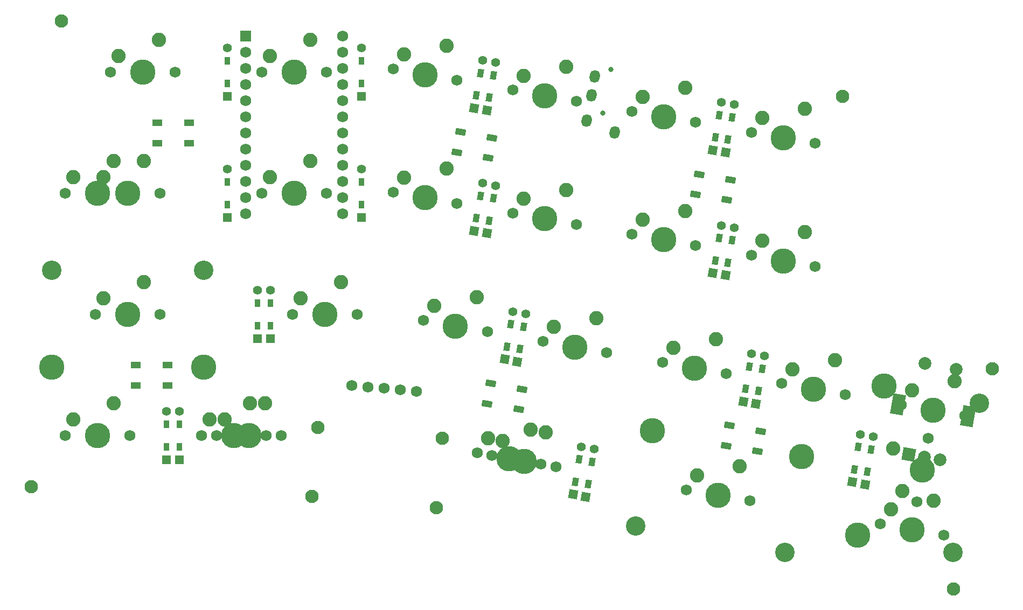
<source format=gbr>
%TF.GenerationSoftware,KiCad,Pcbnew,7.0.6*%
%TF.CreationDate,2024-02-25T17:14:13+01:00*%
%TF.ProjectId,chocobanan_left,63686f63-6f62-4616-9e61-6e5f6c656674,rev?*%
%TF.SameCoordinates,Original*%
%TF.FileFunction,Soldermask,Bot*%
%TF.FilePolarity,Negative*%
%FSLAX46Y46*%
G04 Gerber Fmt 4.6, Leading zero omitted, Abs format (unit mm)*
G04 Created by KiCad (PCBNEW 7.0.6) date 2024-02-25 17:14:13*
%MOMM*%
%LPD*%
G01*
G04 APERTURE LIST*
G04 Aperture macros list*
%AMHorizOval*
0 Thick line with rounded ends*
0 $1 width*
0 $2 $3 position (X,Y) of the first rounded end (center of the circle)*
0 $4 $5 position (X,Y) of the second rounded end (center of the circle)*
0 Add line between two ends*
20,1,$1,$2,$3,$4,$5,0*
0 Add two circle primitives to create the rounded ends*
1,1,$1,$2,$3*
1,1,$1,$4,$5*%
%AMRotRect*
0 Rectangle, with rotation*
0 The origin of the aperture is its center*
0 $1 length*
0 $2 width*
0 $3 Rotation angle, in degrees counterclockwise*
0 Add horizontal line*
21,1,$1,$2,0,0,$3*%
G04 Aperture macros list end*
%ADD10RotRect,1.397000X1.397000X80.000000*%
%ADD11RotRect,1.300000X0.950000X80.000000*%
%ADD12C,1.397000*%
%ADD13C,2.100000*%
%ADD14C,1.750000*%
%ADD15C,3.987800*%
%ADD16C,2.250000*%
%ADD17C,3.048000*%
%ADD18R,1.397000X1.397000*%
%ADD19R,0.950000X1.300000*%
%ADD20R,1.752600X1.752600*%
%ADD21C,1.752600*%
%ADD22RotRect,3.200000X2.000000X80.000000*%
%ADD23RotRect,2.000000X2.000000X80.000000*%
%ADD24C,2.000000*%
%ADD25HorizOval,2.100000X0.000000X0.000000X0.000000X0.000000X0*%
%ADD26HorizOval,1.752600X0.000000X0.000000X0.000000X0.000000X0*%
%ADD27R,1.600000X1.000000*%
%ADD28RotRect,1.600000X1.000000X170.000000*%
%ADD29C,0.800000*%
%ADD30HorizOval,1.600000X0.034730X0.196962X-0.034730X-0.196962X0*%
G04 APERTURE END LIST*
D10*
%TO.C,D12*%
X67607479Y-66368679D03*
D11*
X67960853Y-64364595D03*
X68577305Y-60868527D03*
D12*
X68930679Y-58864443D03*
%TD*%
D13*
%TO.C,H2*%
X-17567830Y-65192830D03*
%TD*%
D10*
%TO.C,D16*%
X69623380Y-66724137D03*
D11*
X69976754Y-64720053D03*
X70593206Y-61223985D03*
D12*
X70946580Y-59219901D03*
%TD*%
D13*
%TO.C,H3*%
X109970820Y-3771169D03*
%TD*%
D14*
%TO.C,MX19*%
X81652645Y-45632568D03*
D15*
X86655468Y-46514701D03*
D14*
X91658291Y-47396834D03*
D16*
X83344417Y-43351690D03*
X90039012Y-41952944D03*
%TD*%
D14*
%TO.C,MX1*%
X-5080000Y0D03*
D15*
X0Y0D03*
D14*
X5080000Y0D03*
D16*
X-3810000Y2540000D03*
X2540000Y5080000D03*
%TD*%
D10*
%TO.C,D21*%
X91619613Y-12571035D03*
D11*
X91972987Y-10566951D03*
X92589439Y-7070883D03*
D12*
X92942813Y-5066799D03*
%TD*%
D14*
%TO.C,MX10*%
X39368970Y-18832938D03*
D15*
X44371793Y-19715071D03*
D14*
X49374616Y-20597204D03*
D16*
X41060742Y-16552060D03*
X47755337Y-15153314D03*
%TD*%
D15*
%TO.C,MX16*%
X80090789Y-56318700D03*
D17*
X77444391Y-71327171D03*
D14*
X85379868Y-65633654D03*
D15*
X90382691Y-66515787D03*
D14*
X95385514Y-67397920D03*
D15*
X103541524Y-60453698D03*
D17*
X100895126Y-75462168D03*
D16*
X87071640Y-63352776D03*
X93766235Y-61954030D03*
%TD*%
D14*
%TO.C,MX12.1*%
X54893913Y-60258158D03*
D15*
X59896736Y-61140291D03*
D14*
X64899559Y-62022424D03*
D16*
X56585685Y-57977280D03*
X63280280Y-56578534D03*
%TD*%
D14*
%TO.C,MX24*%
X119173821Y-52248563D03*
D15*
X124176644Y-53130696D03*
D14*
X129179467Y-54012829D03*
D16*
X120865593Y-49967685D03*
X127560188Y-48568939D03*
%TD*%
D14*
%TO.C,MX11*%
X44131470Y-39016572D03*
D15*
X49134293Y-39898705D03*
D14*
X54137116Y-40780838D03*
D16*
X45823242Y-36735694D03*
X52517837Y-35336948D03*
%TD*%
D14*
%TO.C,MX7*%
X23495000Y-38100000D03*
D15*
X28575000Y-38100000D03*
D14*
X33655000Y-38100000D03*
D16*
X24765000Y-35560000D03*
X31115000Y-33020000D03*
%TD*%
D10*
%TO.C,D17*%
X89603711Y-12215577D03*
D11*
X89957085Y-10211493D03*
X90573537Y-6715425D03*
D12*
X90926911Y-4711341D03*
%TD*%
D10*
%TO.C,D14*%
X54098437Y-25298917D03*
D11*
X54451811Y-23294833D03*
X55068263Y-19798765D03*
D12*
X55421637Y-17794681D03*
%TD*%
D14*
%TO.C,MX21*%
X95650733Y-9413054D03*
D15*
X100653556Y-10295187D03*
D14*
X105656379Y-11177320D03*
D16*
X97342505Y-7132176D03*
X104037100Y-5733430D03*
%TD*%
D10*
%TO.C,D23*%
X96382113Y-52098546D03*
D11*
X96735487Y-50094462D03*
X97351939Y-46598394D03*
D12*
X97705313Y-44594310D03*
%TD*%
D14*
%TO.C,MX13*%
X58129557Y-2797059D03*
D15*
X63132380Y-3679192D03*
D14*
X68135203Y-4561325D03*
D16*
X59821329Y-516181D03*
X66515924Y882565D03*
%TD*%
D18*
%TO.C,D3*%
X18026500Y-41910000D03*
D19*
X18026500Y-39875000D03*
X18026500Y-36325000D03*
D12*
X18026500Y-34290000D03*
%TD*%
D14*
%TO.C,MX15*%
X62892057Y-42324570D03*
D15*
X67894880Y-43206703D03*
D14*
X72897703Y-44088836D03*
D16*
X64583829Y-40043692D03*
X71278424Y-38644946D03*
%TD*%
D18*
%TO.C,D4*%
X3739000Y-60960000D03*
D19*
X3739000Y-58925000D03*
X3739000Y-55375000D03*
D12*
X3739000Y-53340000D03*
%TD*%
D13*
%TO.C,H5*%
X127392664Y-81208548D03*
%TD*%
%TO.C,H1*%
X-12805330Y8042830D03*
%TD*%
D18*
%TO.C,D5*%
X34361000Y-3810000D03*
D19*
X34361000Y-1775000D03*
X34361000Y1775000D03*
D12*
X34361000Y3810000D03*
%TD*%
D13*
%TO.C,H4*%
X133493908Y-46606678D03*
%TD*%
D14*
%TO.C,MX20*%
X115865823Y-71009151D03*
D15*
X120868646Y-71891284D03*
D14*
X125871469Y-72773417D03*
D16*
X117557595Y-68728273D03*
X124252190Y-67329527D03*
%TD*%
D10*
%TO.C,D10*%
X52082536Y-24943459D03*
D11*
X52435910Y-22939375D03*
X53052362Y-19443307D03*
D12*
X53405736Y-17439223D03*
%TD*%
D14*
%TO.C,MX23*%
X100413233Y-48940565D03*
D15*
X105416056Y-49822698D03*
D14*
X110418879Y-50704831D03*
D16*
X102105005Y-46659687D03*
X108799600Y-45260941D03*
%TD*%
D20*
%TO.C,U1*%
X16192500Y5715000D03*
D21*
X16192500Y3175000D03*
X16192500Y635000D03*
X16192500Y-1905000D03*
X16192500Y-4445000D03*
X16192500Y-6985000D03*
X16192500Y-9525000D03*
X16192500Y-12065000D03*
X16192500Y-14605000D03*
X16192500Y-17145000D03*
X16192500Y-19685000D03*
X16192500Y-22225000D03*
X31432500Y-22225000D03*
X31432500Y-19685000D03*
X31432500Y-17145000D03*
X31432500Y-14605000D03*
X31432500Y-12065000D03*
X31432500Y-9525000D03*
X31432500Y-6985000D03*
X31432500Y-4445000D03*
X31432500Y-1905000D03*
X31432500Y635000D03*
X31432500Y3175000D03*
X31432500Y5715000D03*
%TD*%
D14*
%TO.C,MX8*%
X11588750Y-57150000D03*
D15*
X16668750Y-57150000D03*
D14*
X21748750Y-57150000D03*
D16*
X12858750Y-54610000D03*
X19208750Y-52070000D03*
%TD*%
D18*
%TO.C,D7*%
X20073500Y-41910000D03*
D19*
X20073500Y-39875000D03*
X20073500Y-36325000D03*
D12*
X20073500Y-34290000D03*
%TD*%
D14*
%TO.C,MX2*%
X-7461250Y-19050000D03*
D15*
X-2381250Y-19050000D03*
D14*
X2698750Y-19050000D03*
D16*
X-6191250Y-16510000D03*
X158750Y-13970000D03*
%TD*%
D10*
%TO.C,D15*%
X58860937Y-45482551D03*
D11*
X59214311Y-43478467D03*
X59830763Y-39982399D03*
D12*
X60184137Y-37978315D03*
%TD*%
D10*
%TO.C,D24*%
X111472800Y-64431380D03*
D11*
X111826174Y-62427296D03*
X112442626Y-58931228D03*
D12*
X112796000Y-56927144D03*
%TD*%
D17*
%TO.C,MX3*%
X-14287500Y-31115000D03*
D15*
X-14287500Y-46355000D03*
D14*
X-7461250Y-38100000D03*
D15*
X-2381250Y-38100000D03*
D14*
X2698750Y-38100000D03*
D17*
X9525000Y-31115000D03*
D15*
X9525000Y-46355000D03*
D16*
X-6191250Y-35560000D03*
X158750Y-33020000D03*
%TD*%
D14*
%TO.C,MX2.1*%
X-12223750Y-19050000D03*
D15*
X-7143750Y-19050000D03*
D14*
X-2063750Y-19050000D03*
D16*
X-10953750Y-16510000D03*
X-4603750Y-13970000D03*
%TD*%
D18*
%TO.C,D6*%
X34361000Y-22860000D03*
D19*
X34361000Y-20825000D03*
X34361000Y-17275000D03*
D12*
X34361000Y-15240000D03*
%TD*%
D15*
%TO.C,MX20.1*%
X112325558Y-72802892D03*
D17*
X127334029Y-75449290D03*
D14*
X121640512Y-67513813D03*
D15*
X122522645Y-62510990D03*
D14*
X123404778Y-57508167D03*
D15*
X116460556Y-49352157D03*
D17*
X131469026Y-51998555D03*
D16*
X119359634Y-65822041D03*
X117960888Y-59127446D03*
%TD*%
D10*
%TO.C,D22*%
X91619613Y-31914912D03*
D11*
X91972987Y-29910828D03*
X92589439Y-26414760D03*
D12*
X92942813Y-24410676D03*
%TD*%
D14*
%TO.C,MX5*%
X18732500Y0D03*
D15*
X23812500Y0D03*
D14*
X28892500Y0D03*
D16*
X20002500Y2540000D03*
X26352500Y5080000D03*
%TD*%
D14*
%TO.C,MX4*%
X-12223750Y-57150000D03*
D15*
X-7143750Y-57150000D03*
D14*
X-2063750Y-57150000D03*
D16*
X-10953750Y-54610000D03*
X-4603750Y-52070000D03*
%TD*%
D14*
%TO.C,MX17*%
X76890145Y-6105056D03*
D15*
X81892968Y-6987189D03*
D14*
X86895791Y-7869322D03*
D16*
X78581917Y-3824178D03*
X85276512Y-2425432D03*
%TD*%
D14*
%TO.C,MX9*%
X39368970Y510939D03*
D15*
X44371793Y-371194D03*
D14*
X49374616Y-1253327D03*
D16*
X41060742Y2791817D03*
X47755337Y4190563D03*
%TD*%
D14*
%TO.C,MX14*%
X58129557Y-22140936D03*
D15*
X63132380Y-23023069D03*
D14*
X68135203Y-23905202D03*
D16*
X59821329Y-19860058D03*
X66515924Y-18461312D03*
%TD*%
D10*
%TO.C,D11*%
X56845036Y-45127093D03*
D11*
X57198410Y-43123009D03*
X57814862Y-39626941D03*
D12*
X58168236Y-37622857D03*
%TD*%
D14*
%TO.C,MX22*%
X95650733Y-28756931D03*
D15*
X100653556Y-29639064D03*
D14*
X105656379Y-30521197D03*
D16*
X97342505Y-26476053D03*
X104037100Y-25077307D03*
%TD*%
D10*
%TO.C,D18*%
X89603711Y-31559454D03*
D11*
X89957085Y-29555370D03*
X90573537Y-26059302D03*
D12*
X90926911Y-24055218D03*
%TD*%
D22*
%TO.C,SW1*%
X118661721Y-52158266D03*
X129691567Y-54103126D03*
D23*
X120412263Y-60082634D03*
D24*
X125336302Y-60950875D03*
X122874283Y-60516754D03*
X127854201Y-46671162D03*
X122930162Y-45802921D03*
%TD*%
D14*
%TO.C,MX8.1*%
X9207500Y-57150000D03*
D15*
X14287500Y-57150000D03*
D14*
X19367500Y-57150000D03*
D16*
X10477500Y-54610000D03*
X16827500Y-52070000D03*
%TD*%
D10*
%TO.C,D9*%
X52082536Y-5599582D03*
D11*
X52435910Y-3595498D03*
X53052362Y-99430D03*
D12*
X53405736Y1904654D03*
%TD*%
D18*
%TO.C,D8*%
X5786000Y-60960000D03*
D19*
X5786000Y-58925000D03*
X5786000Y-55375000D03*
D12*
X5786000Y-53340000D03*
%TD*%
D14*
%TO.C,MX6*%
X18732500Y-19050000D03*
D15*
X23812500Y-19050000D03*
D14*
X28892500Y-19050000D03*
D16*
X20002500Y-16510000D03*
X26352500Y-13970000D03*
%TD*%
D18*
%TO.C,D2*%
X13264000Y-22860000D03*
D19*
X13264000Y-20825000D03*
X13264000Y-17275000D03*
D12*
X13264000Y-15240000D03*
%TD*%
D10*
%TO.C,D20*%
X113488702Y-64786838D03*
D11*
X113842076Y-62782754D03*
X114458528Y-59286686D03*
D12*
X114811902Y-57282602D03*
%TD*%
D10*
%TO.C,D13*%
X54098437Y-5955040D03*
D11*
X54451811Y-3950956D03*
X55068263Y-454888D03*
D12*
X55421637Y1549196D03*
%TD*%
D14*
%TO.C,MX18*%
X76890145Y-25448933D03*
D15*
X81892968Y-26331066D03*
D14*
X86895791Y-27213199D03*
D16*
X78581917Y-23168055D03*
X85276512Y-21769309D03*
%TD*%
D18*
%TO.C,D1*%
X13264000Y-3810000D03*
D19*
X13264000Y-1775000D03*
X13264000Y1775000D03*
D12*
X13264000Y3810000D03*
%TD*%
D14*
%TO.C,MX12*%
X52548839Y-59844658D03*
D15*
X57551662Y-60726791D03*
D14*
X62554485Y-61608924D03*
D16*
X54240611Y-57563780D03*
X60935206Y-56165034D03*
%TD*%
D25*
%TO.C,U3*%
X46117965Y-68421625D03*
X47067963Y-57563103D03*
X26592549Y-66713373D03*
X27542547Y-55854851D03*
D26*
X42980372Y-50128555D03*
X40450037Y-49907180D03*
X37919703Y-49685804D03*
X35389368Y-49464429D03*
X32859034Y-49243053D03*
%TD*%
D10*
%TO.C,D19*%
X94366211Y-51743089D03*
D11*
X94719585Y-49739005D03*
X95336037Y-46242937D03*
D12*
X95689411Y-44238853D03*
%TD*%
D27*
%TO.C,RGB6*%
X3861625Y-46025000D03*
X3861625Y-49225000D03*
X-1138375Y-49225000D03*
X-1138375Y-46025000D03*
%TD*%
D28*
%TO.C,RGB5*%
X59600444Y-49791426D03*
X59044770Y-52942811D03*
X54120732Y-52074570D03*
X54676406Y-48923185D03*
%TD*%
D29*
%TO.C,U2*%
X72326003Y-6391859D03*
X73541540Y501796D03*
D30*
X74122211Y-9450230D03*
X69783108Y-7568160D03*
X70477701Y-3628929D03*
X70998645Y-674506D03*
%TD*%
D28*
%TO.C,RGB3*%
X92359119Y-16879910D03*
X91803445Y-20031295D03*
X86879407Y-19163054D03*
X87435081Y-16011669D03*
%TD*%
D27*
%TO.C,RGB1*%
X7262500Y-7925000D03*
X7262500Y-11125000D03*
X2262500Y-11125000D03*
X2262500Y-7925000D03*
%TD*%
D28*
%TO.C,RGB4*%
X97121619Y-56407421D03*
X96565945Y-59558806D03*
X91641907Y-58690565D03*
X92197581Y-55539180D03*
%TD*%
%TO.C,RGB2*%
X54837944Y-10263915D03*
X54282270Y-13415300D03*
X49358232Y-12547059D03*
X49913906Y-9395674D03*
%TD*%
M02*

</source>
